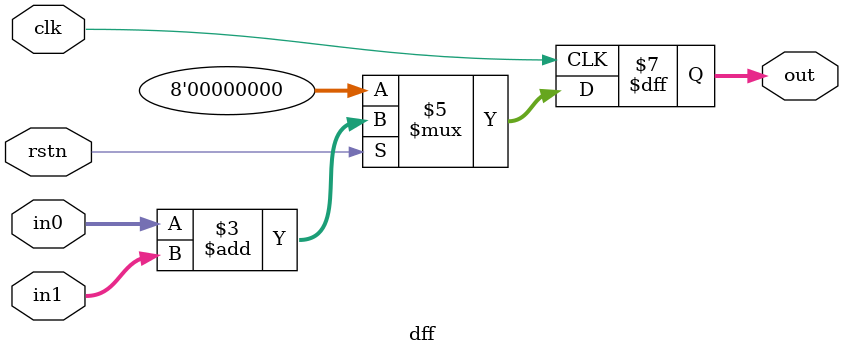
<source format=sv>
module dff
#(
  parameter BIT = 8
)
(
  input  logic        clk,
  input  logic        rstn,
  input  logic [ 7:0] in0,
  input  logic [ 7:0] in1,
  output logic [ 7:0] out
)
;
  always_ff @(posedge clk)
    begin
      if (!rstn)
        begin
          out <= 0;
        end
      else
        begin
          out <= in0 + in1;
        end
    end
endmodule
</source>
